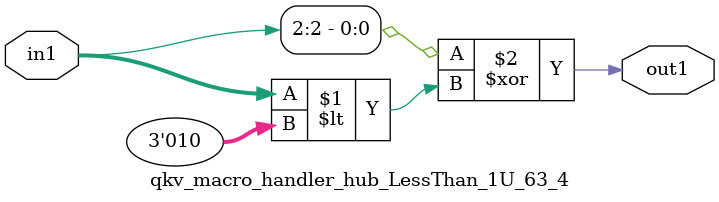
<source format=v>

`timescale 1ps / 1ps


module qkv_macro_handler_hub_LessThan_1U_63_4( in1, out1 );

    input [2:0] in1;
    output out1;

    
    // rtl_process:qkv_macro_handler_hub_LessThan_1U_63_4/qkv_macro_handler_hub_LessThan_1U_63_4_thread_1
    assign out1 = (in1[2] ^ in1 < 3'd2);

endmodule


</source>
